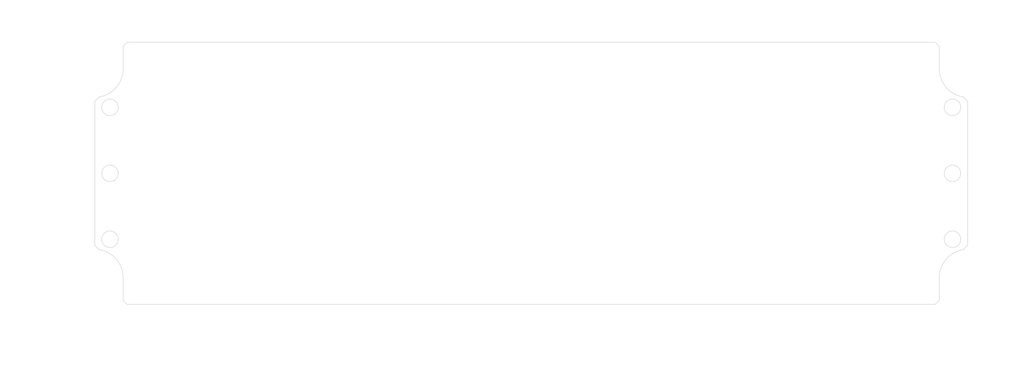
<source format=kicad_pcb>
(kicad_pcb (version 20171130) (host pcbnew "(5.1.0)-1")

  (general
    (thickness 1.6)
    (drawings 105)
    (tracks 0)
    (zones 0)
    (modules 0)
    (nets 1)
  )

  (page A2)
  (layers
    (0 F.Cu signal)
    (31 B.Cu signal)
    (32 B.Adhes user)
    (33 F.Adhes user)
    (34 B.Paste user)
    (35 F.Paste user)
    (36 B.SilkS user)
    (37 F.SilkS user)
    (38 B.Mask user)
    (39 F.Mask user)
    (40 Dwgs.User user)
    (41 Cmts.User user)
    (42 Eco1.User user)
    (43 Eco2.User user)
    (44 Edge.Cuts user)
    (45 Margin user)
    (46 B.CrtYd user)
    (47 F.CrtYd user)
    (48 B.Fab user)
    (49 F.Fab user)
  )

  (setup
    (last_trace_width 0.25)
    (trace_clearance 0.2)
    (zone_clearance 0.508)
    (zone_45_only no)
    (trace_min 0.2)
    (via_size 0.8)
    (via_drill 0.4)
    (via_min_size 0.4)
    (via_min_drill 0.3)
    (uvia_size 0.3)
    (uvia_drill 0.1)
    (uvias_allowed no)
    (uvia_min_size 0.2)
    (uvia_min_drill 0.1)
    (edge_width 0.05)
    (segment_width 0.2)
    (pcb_text_width 0.3)
    (pcb_text_size 1.5 1.5)
    (mod_edge_width 0.12)
    (mod_text_size 1 1)
    (mod_text_width 0.15)
    (pad_size 1.524 1.524)
    (pad_drill 0.762)
    (pad_to_mask_clearance 0.051)
    (solder_mask_min_width 0.25)
    (aux_axis_origin 0 0)
    (visible_elements FFFFFF7F)
    (pcbplotparams
      (layerselection 0x010fc_ffffffff)
      (usegerberextensions false)
      (usegerberattributes false)
      (usegerberadvancedattributes false)
      (creategerberjobfile false)
      (excludeedgelayer true)
      (linewidth 0.152400)
      (plotframeref false)
      (viasonmask false)
      (mode 1)
      (useauxorigin false)
      (hpglpennumber 1)
      (hpglpenspeed 20)
      (hpglpendiameter 15.000000)
      (psnegative false)
      (psa4output false)
      (plotreference true)
      (plotvalue true)
      (plotinvisibletext false)
      (padsonsilk false)
      (subtractmaskfromsilk false)
      (outputformat 1)
      (mirror false)
      (drillshape 1)
      (scaleselection 1)
      (outputdirectory ""))
  )

  (net 0 "")

  (net_class Default "This is the default net class."
    (clearance 0.2)
    (trace_width 0.25)
    (via_dia 0.8)
    (via_drill 0.4)
    (uvia_dia 0.3)
    (uvia_drill 0.1)
  )

  (gr_line (start 158.232628 151.340189) (end 159.820128 149.752689) (layer Edge.Cuts) (width 0.2))
  (gr_line (start 479.504528 149.752689) (end 481.092028 151.340189) (layer Edge.Cuts) (width 0.2))
  (gr_line (start 481.092028 251.847989) (end 479.504528 253.435489) (layer Edge.Cuts) (width 0.2))
  (gr_line (start 159.820128 253.435489) (end 158.232628 251.847989) (layer Edge.Cuts) (width 0.2))
  (gr_circle (center 153.012928 201.594089) (end 156.276828 201.594089) (layer Edge.Cuts) (width 0.2))
  (gr_circle (center 153.012928 175.508289) (end 156.276828 175.508289) (layer Edge.Cuts) (width 0.2))
  (gr_circle (center 153.012928 227.679889) (end 156.276828 227.679889) (layer Edge.Cuts) (width 0.2))
  (gr_circle (center 486.311728 201.594089) (end 489.575628 201.594089) (layer Edge.Cuts) (width 0.2))
  (gr_circle (center 486.311728 175.508289) (end 489.575628 175.508289) (layer Edge.Cuts) (width 0.2))
  (gr_circle (center 486.311728 227.679889) (end 489.575628 227.679889) (layer Edge.Cuts) (width 0.2))
  (gr_line (start 158.232628 151.340189) (end 158.232628 160.243146) (layer Edge.Cuts) (width 0.2))
  (gr_line (start 479.504528 149.752689) (end 159.820128 149.752689) (layer Edge.Cuts) (width 0.2))
  (gr_line (start 481.092028 160.243146) (end 481.092028 151.340189) (layer Edge.Cuts) (width 0.2))
  (gr_arc (start 492.395028 160.243146) (end 481.092028 160.243146) (angle -80.78955191) (layer Edge.Cuts) (width 0.2))
  (gr_line (start 481.092028 251.847989) (end 481.092028 242.945033) (layer Edge.Cuts) (width 0.2))
  (gr_line (start 159.820128 253.435489) (end 479.504528 253.435489) (layer Edge.Cuts) (width 0.2))
  (gr_arc (start 146.929628 242.945033) (end 158.232628 242.945033) (angle -80.78955191) (layer Edge.Cuts) (width 0.2))
  (gr_line (start 158.232628 242.945033) (end 158.232628 251.847989) (layer Edge.Cuts) (width 0.2))
  (gr_arc (start 492.395028 242.945033) (end 490.585856 231.787761) (angle -80.78955191) (layer Edge.Cuts) (width 0.2))
  (gr_line (start 492.318828 230.054789) (end 492.318828 173.133389) (layer Edge.Cuts) (width 0.2))
  (gr_arc (start 146.929628 160.243146) (end 148.738799 171.400418) (angle -80.78955191) (layer Edge.Cuts) (width 0.2))
  (gr_line (start 147.005828 173.133389) (end 147.005828 230.054789) (layer Edge.Cuts) (width 0.2))
  (gr_line (start 490.585856 231.787761) (end 492.318828 230.054789) (layer Edge.Cuts) (width 0.2))
  (gr_line (start 148.738799 171.400418) (end 147.005828 173.133389) (layer Edge.Cuts) (width 0.2))
  (gr_line (start 492.318828 173.133389) (end 490.585856 171.400418) (layer Edge.Cuts) (width 0.2))
  (gr_line (start 147.005828 230.054789) (end 148.738799 231.787761) (layer Edge.Cuts) (width 0.2))
  (gr_text "1.59 X 45.0° Chamfer" (at 453.62368 135.78332) (layer Dwgs.User)
    (effects (font (size 2 1.8) (thickness 0.25)) (justify left bottom))
  )
  (gr_line (start 489.769911 134.94412) (end 485.301812 134.94412) (layer Dwgs.User) (width 0.2))
  (gr_line (start 481.595603 148.409398) (end 489.769911 134.94412) (layer Dwgs.User) (width 0.2))
  (gr_line (start 482.023011 148.668863) (end 481.168194 148.149933) (layer Dwgs.User) (width 0.2))
  (gr_line (start 480.298278 150.546439) (end 482.023011 148.668863) (layer Dwgs.User) (width 0.2))
  (gr_line (start 481.168194 148.149933) (end 480.298278 150.546439) (layer Dwgs.User) (width 0.2))
  (gr_line (start 482.023002 148.66886) (end 481.168205 148.149928) (layer Dwgs.User) (width 0.2))
  (gr_line (start 480.298263 150.546435) (end 482.023002 148.66886) (layer Dwgs.User) (width 0.2))
  (gr_line (start 481.168205 148.149928) (end 480.298263 150.546435) (layer Dwgs.User) (width 0.2))
  (gr_line (start 481.595603 148.409398) (end 480.298278 150.546439) (layer Dwgs.User) (width 0.2))
  (gr_text [1.01] (at 500.811342 242.639408) (layer Dwgs.User)
    (effects (font (size 2 1.8) (thickness 0.25)))
  )
  (gr_text " 25.76" (at 500.811342 238.736543) (layer Dwgs.User)
    (effects (font (size 2 1.8) (thickness 0.25)))
  )
  (gr_line (start 500.811342 229.679889) (end 500.811342 236.654825) (layer Dwgs.User) (width 0.2))
  (gr_line (start 500.811342 251.435489) (end 500.811342 244.460554) (layer Dwgs.User) (width 0.2))
  (gr_line (start 487.311728 227.679889) (end 503.986342 227.679889) (layer Dwgs.User) (width 0.2))
  (gr_line (start 480.504528 253.435489) (end 503.986342 253.435489) (layer Dwgs.User) (width 0.2))
  (gr_text [.24] (at 137.530668 243.804016) (layer Dwgs.User)
    (effects (font (size 2 1.8) (thickness 0.25)))
  )
  (gr_text " 6.01" (at 137.530668 239.901151) (layer Dwgs.User)
    (effects (font (size 2 1.8) (thickness 0.25)))
  )
  (gr_line (start 147.005828 241.722297) (end 141.181282 241.722297) (layer Dwgs.User) (width 0.2))
  (gr_line (start 151.012928 241.722297) (end 149.005828 241.722297) (layer Dwgs.User) (width 0.2))
  (gr_line (start 147.005828 231.054789) (end 147.005828 244.897297) (layer Dwgs.User) (width 0.2))
  (gr_line (start 153.012928 228.679889) (end 153.012928 244.897297) (layer Dwgs.User) (width 0.2))
  (gr_text [13.12] (at 319.662328 220.004255) (layer Dwgs.User)
    (effects (font (size 2 1.8) (thickness 0.25)))
  )
  (gr_text " 333.30" (at 319.662328 216.100708) (layer Dwgs.User)
    (effects (font (size 2 1.8) (thickness 0.25)))
  )
  (gr_line (start 484.311728 217.922536) (end 325.056462 217.922536) (layer Dwgs.User) (width 0.2))
  (gr_line (start 155.012928 217.922536) (end 314.268194 217.922536) (layer Dwgs.User) (width 0.2))
  (gr_line (start 486.311728 226.679889) (end 486.311728 214.747536) (layer Dwgs.User) (width 0.2))
  (gr_line (start 153.012928 226.679889) (end 153.012928 214.747536) (layer Dwgs.User) (width 0.2))
  (gr_text [R0.44] (at 508.286887 154.325837) (layer Dwgs.User)
    (effects (font (size 2 1.8) (thickness 0.25)))
  )
  (gr_text " R11.30" (at 508.286887 150.42229) (layer Dwgs.User)
    (effects (font (size 2 1.8) (thickness 0.25)))
  )
  (gr_line (start 500.583076 152.244118) (end 485.740452 166.744102) (layer Dwgs.User) (width 0.2))
  (gr_line (start 502.66083 152.244118) (end 500.583076 152.244118) (layer Dwgs.User) (width 0.2))
  (gr_line (start 486.311728 175.598289) (end 486.311728 175.418289) (layer Dwgs.User) (width 0.2))
  (gr_line (start 486.221728 175.508289) (end 486.401728 175.508289) (layer Dwgs.User) (width 0.2))
  (gr_text " ∅6.53\n[∅0.26]" (at 508.995651 166.566516) (layer Dwgs.User)
    (effects (font (size 2 1.8) (thickness 0.25)))
  )
  (gr_line (start 501.799334 166.566516) (end 490.870399 172.876339) (layer Dwgs.User) (width 0.2))
  (gr_line (start 503.799334 166.566516) (end 501.799334 166.566516) (layer Dwgs.User) (width 0.2))
  (gr_text [.85] (at 132.072133 161.779887) (layer Dwgs.User)
    (effects (font (size 2 1.8) (thickness 0.25)))
  )
  (gr_text " 21.65" (at 132.072133 157.877022) (layer Dwgs.User)
    (effects (font (size 2 1.8) (thickness 0.25)))
  )
  (gr_line (start 132.072133 151.752689) (end 132.072133 155.795303) (layer Dwgs.User) (width 0.2))
  (gr_line (start 132.072133 169.400418) (end 132.072133 163.601033) (layer Dwgs.User) (width 0.2))
  (gr_line (start 158.820128 149.752689) (end 128.897133 149.752689) (layer Dwgs.User) (width 0.2))
  (gr_line (start 147.738799 171.400418) (end 128.897133 171.400418) (layer Dwgs.User) (width 0.2))
  (gr_text [1.03] (at 500.797053 190.632908) (layer Dwgs.User)
    (effects (font (size 2 1.8) (thickness 0.25)))
  )
  (gr_text " 26.09" (at 500.797053 186.730043) (layer Dwgs.User)
    (effects (font (size 2 1.8) (thickness 0.25)))
  )
  (gr_line (start 500.797053 199.594089) (end 500.797053 192.454054) (layer Dwgs.User) (width 0.2))
  (gr_line (start 500.797053 177.508289) (end 500.797053 184.648325) (layer Dwgs.User) (width 0.2))
  (gr_line (start 487.311728 201.594089) (end 503.972053 201.594089) (layer Dwgs.User) (width 0.2))
  (gr_line (start 487.311728 175.508289) (end 503.972053 175.508289) (layer Dwgs.User) (width 0.2))
  (gr_text [1.03] (at 500.811342 215.537885) (layer Dwgs.User)
    (effects (font (size 2 1.8) (thickness 0.25)))
  )
  (gr_text " 26.09" (at 500.811342 211.635021) (layer Dwgs.User)
    (effects (font (size 2 1.8) (thickness 0.25)))
  )
  (gr_line (start 500.811342 203.594089) (end 500.811342 209.553302) (layer Dwgs.User) (width 0.2))
  (gr_line (start 500.811342 225.679889) (end 500.811342 217.359031) (layer Dwgs.User) (width 0.2))
  (gr_line (start 487.311728 201.594089) (end 503.986342 201.594089) (layer Dwgs.User) (width 0.2))
  (gr_line (start 487.311728 227.679889) (end 503.986342 227.679889) (layer Dwgs.User) (width 0.2))
  (gr_text [12.71] (at 325.694779 265.521899) (layer Dwgs.User)
    (effects (font (size 2 1.8) (thickness 0.25)))
  )
  (gr_text " 322.86" (at 325.694779 261.618352) (layer Dwgs.User)
    (effects (font (size 2 1.8) (thickness 0.25)))
  )
  (gr_line (start 160.232628 263.44018) (end 320.297917 263.44018) (layer Dwgs.User) (width 0.2))
  (gr_line (start 479.092028 263.44018) (end 331.091642 263.44018) (layer Dwgs.User) (width 0.2))
  (gr_line (start 158.232628 252.847989) (end 158.232628 266.61518) (layer Dwgs.User) (width 0.2))
  (gr_line (start 481.092028 252.847989) (end 481.092028 266.61518) (layer Dwgs.User) (width 0.2))
  (gr_text [13.59] (at 307.91953 276.326462) (layer Dwgs.User)
    (effects (font (size 2 1.8) (thickness 0.25)))
  )
  (gr_text " 345.31" (at 307.91953 272.422915) (layer Dwgs.User)
    (effects (font (size 2 1.8) (thickness 0.25)))
  )
  (gr_line (start 490.318828 274.244743) (end 313.124032 274.244743) (layer Dwgs.User) (width 0.2))
  (gr_line (start 149.005828 274.244743) (end 302.715028 274.244743) (layer Dwgs.User) (width 0.2))
  (gr_line (start 492.318828 231.054789) (end 492.318828 277.419743) (layer Dwgs.User) (width 0.2))
  (gr_line (start 147.005828 231.054789) (end 147.005828 277.419743) (layer Dwgs.User) (width 0.2))
  (gr_text [2.38] (at 132.072133 206.621511) (layer Dwgs.User)
    (effects (font (size 2 1.8) (thickness 0.25)))
  )
  (gr_text " 60.39" (at 132.072133 202.717964) (layer Dwgs.User)
    (effects (font (size 2 1.8) (thickness 0.25)))
  )
  (gr_line (start 132.072133 229.787761) (end 132.072133 208.443339) (layer Dwgs.User) (width 0.2))
  (gr_line (start 132.072133 173.400418) (end 132.072133 200.636245) (layer Dwgs.User) (width 0.2))
  (gr_line (start 147.738799 231.787761) (end 128.897133 231.787761) (layer Dwgs.User) (width 0.2))
  (gr_line (start 147.738799 171.400418) (end 128.897133 171.400418) (layer Dwgs.User) (width 0.2))
  (gr_text [4.08] (at 115.100285 197.139578) (layer Dwgs.User)
    (effects (font (size 2 1.8) (thickness 0.25)))
  )
  (gr_text " 103.68" (at 115.100285 193.236031) (layer Dwgs.User)
    (effects (font (size 2 1.8) (thickness 0.25)))
  )
  (gr_line (start 115.100285 251.435489) (end 115.100285 198.961407) (layer Dwgs.User) (width 0.2))
  (gr_line (start 115.100285 151.752689) (end 115.100285 191.154312) (layer Dwgs.User) (width 0.2))
  (gr_line (start 158.820128 253.435489) (end 111.925285 253.435489) (layer Dwgs.User) (width 0.2))
  (gr_line (start 158.820128 149.752689) (end 111.925285 149.752689) (layer Dwgs.User) (width 0.2))

)

</source>
